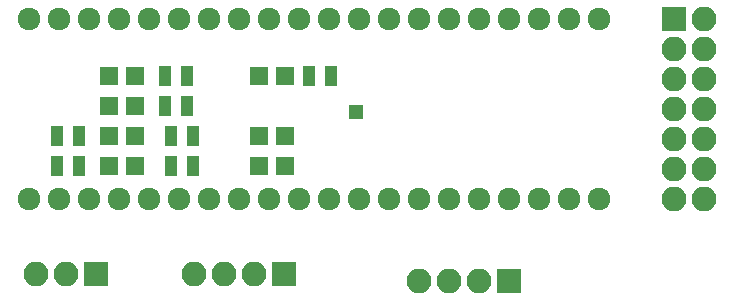
<source format=gbs>
G04 #@! TF.FileFunction,Soldermask,Bot*
%FSLAX46Y46*%
G04 Gerber Fmt 4.6, Leading zero omitted, Abs format (unit mm)*
G04 Created by KiCad (PCBNEW 4.0.7) date 12/24/17 13:22:17*
%MOMM*%
%LPD*%
G01*
G04 APERTURE LIST*
%ADD10C,0.100000*%
%ADD11C,1.924000*%
%ADD12R,2.100000X2.100000*%
%ADD13O,2.100000X2.100000*%
%ADD14R,1.600000X1.600000*%
%ADD15R,1.100000X1.700000*%
%ADD16R,1.250000X1.250000*%
G04 APERTURE END LIST*
D10*
D11*
X102870000Y-64770000D03*
X105410000Y-64770000D03*
X107950000Y-64770000D03*
X110490000Y-64770000D03*
X113030000Y-64770000D03*
X115570000Y-64770000D03*
X118110000Y-64770000D03*
X120650000Y-64770000D03*
X123190000Y-64770000D03*
X125730000Y-64770000D03*
X128270000Y-64770000D03*
X130810000Y-64770000D03*
X133350000Y-64770000D03*
X135890000Y-64770000D03*
X138430000Y-64770000D03*
X140970000Y-64770000D03*
X143510000Y-64770000D03*
X146050000Y-64770000D03*
X148590000Y-64770000D03*
X151130000Y-64770000D03*
X151130000Y-49530000D03*
X148590000Y-49530000D03*
X146050000Y-49530000D03*
X143510000Y-49530000D03*
X140970000Y-49530000D03*
X138430000Y-49530000D03*
X135890000Y-49530000D03*
X133350000Y-49530000D03*
X130810000Y-49530000D03*
X128270000Y-49530000D03*
X125730000Y-49530000D03*
X123190000Y-49530000D03*
X120650000Y-49530000D03*
X118110000Y-49530000D03*
X115570000Y-49530000D03*
X113030000Y-49530000D03*
X110490000Y-49530000D03*
X107950000Y-49530000D03*
X105410000Y-49530000D03*
X102870000Y-49530000D03*
D12*
X157480000Y-49530000D03*
D13*
X160020000Y-49530000D03*
X157480000Y-52070000D03*
X160020000Y-52070000D03*
X157480000Y-54610000D03*
X160020000Y-54610000D03*
X157480000Y-57150000D03*
X160020000Y-57150000D03*
X157480000Y-59690000D03*
X160020000Y-59690000D03*
X157480000Y-62230000D03*
X160020000Y-62230000D03*
X157480000Y-64770000D03*
X160020000Y-64770000D03*
D14*
X109644000Y-61976000D03*
X111844000Y-61976000D03*
X111844000Y-54356000D03*
X109644000Y-54356000D03*
X109644000Y-59436000D03*
X111844000Y-59436000D03*
X122344000Y-61976000D03*
X124544000Y-61976000D03*
X122344000Y-59436000D03*
X124544000Y-59436000D03*
X111844000Y-56896000D03*
X109644000Y-56896000D03*
X124544000Y-54356000D03*
X122344000Y-54356000D03*
D15*
X105222000Y-61976000D03*
X107122000Y-61976000D03*
X116266000Y-54356000D03*
X114366000Y-54356000D03*
X105222000Y-59436000D03*
X107122000Y-59436000D03*
X114874000Y-61976000D03*
X116774000Y-61976000D03*
X114874000Y-59436000D03*
X116774000Y-59436000D03*
X116266000Y-56896000D03*
X114366000Y-56896000D03*
X128458000Y-54356000D03*
X126558000Y-54356000D03*
D12*
X124460000Y-71120000D03*
D13*
X121920000Y-71120000D03*
X119380000Y-71120000D03*
X116840000Y-71120000D03*
D12*
X143510000Y-71755000D03*
D13*
X140970000Y-71755000D03*
X138430000Y-71755000D03*
X135890000Y-71755000D03*
D12*
X108585000Y-71120000D03*
D13*
X106045000Y-71120000D03*
X103505000Y-71120000D03*
D16*
X130556000Y-57404000D03*
M02*

</source>
